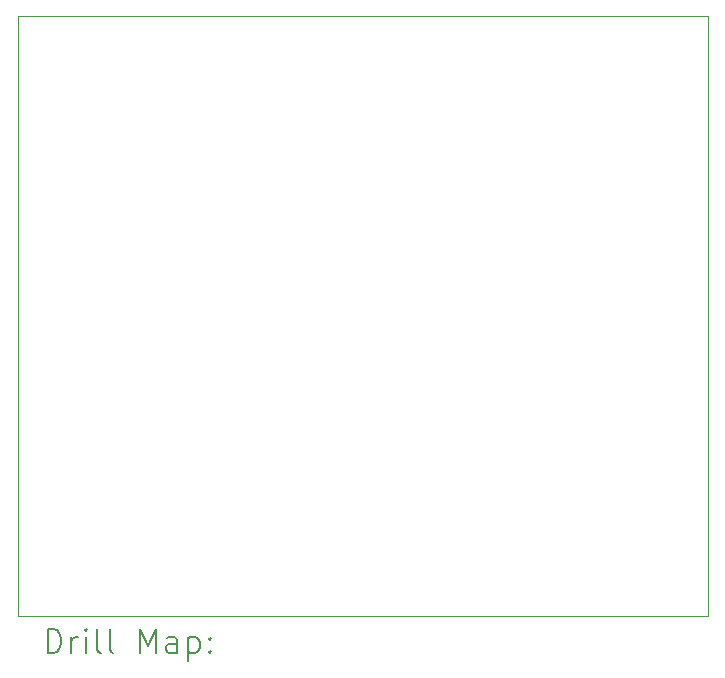
<source format=gbr>
%FSLAX45Y45*%
G04 Gerber Fmt 4.5, Leading zero omitted, Abs format (unit mm)*
G04 Created by KiCad (PCBNEW 6.0.5+dfsg-1~bpo11+1) date 2022-08-15 22:36:42*
%MOMM*%
%LPD*%
G01*
G04 APERTURE LIST*
%TA.AperFunction,Profile*%
%ADD10C,0.050000*%
%TD*%
%ADD11C,0.200000*%
G04 APERTURE END LIST*
D10*
X12001500Y-7366000D02*
X12001500Y-12446000D01*
X17843500Y-7366000D02*
X17843500Y-12446000D01*
X12001500Y-12446000D02*
X17843500Y-12446000D01*
X12001500Y-7366000D02*
X17843500Y-7366000D01*
D11*
X12256619Y-12758976D02*
X12256619Y-12558976D01*
X12304238Y-12558976D01*
X12332809Y-12568500D01*
X12351857Y-12587548D01*
X12361381Y-12606595D01*
X12370905Y-12644690D01*
X12370905Y-12673262D01*
X12361381Y-12711357D01*
X12351857Y-12730405D01*
X12332809Y-12749452D01*
X12304238Y-12758976D01*
X12256619Y-12758976D01*
X12456619Y-12758976D02*
X12456619Y-12625643D01*
X12456619Y-12663738D02*
X12466143Y-12644690D01*
X12475667Y-12635167D01*
X12494714Y-12625643D01*
X12513762Y-12625643D01*
X12580428Y-12758976D02*
X12580428Y-12625643D01*
X12580428Y-12558976D02*
X12570905Y-12568500D01*
X12580428Y-12578024D01*
X12589952Y-12568500D01*
X12580428Y-12558976D01*
X12580428Y-12578024D01*
X12704238Y-12758976D02*
X12685190Y-12749452D01*
X12675667Y-12730405D01*
X12675667Y-12558976D01*
X12809000Y-12758976D02*
X12789952Y-12749452D01*
X12780428Y-12730405D01*
X12780428Y-12558976D01*
X13037571Y-12758976D02*
X13037571Y-12558976D01*
X13104238Y-12701833D01*
X13170905Y-12558976D01*
X13170905Y-12758976D01*
X13351857Y-12758976D02*
X13351857Y-12654214D01*
X13342333Y-12635167D01*
X13323286Y-12625643D01*
X13285190Y-12625643D01*
X13266143Y-12635167D01*
X13351857Y-12749452D02*
X13332809Y-12758976D01*
X13285190Y-12758976D01*
X13266143Y-12749452D01*
X13256619Y-12730405D01*
X13256619Y-12711357D01*
X13266143Y-12692309D01*
X13285190Y-12682786D01*
X13332809Y-12682786D01*
X13351857Y-12673262D01*
X13447095Y-12625643D02*
X13447095Y-12825643D01*
X13447095Y-12635167D02*
X13466143Y-12625643D01*
X13504238Y-12625643D01*
X13523286Y-12635167D01*
X13532809Y-12644690D01*
X13542333Y-12663738D01*
X13542333Y-12720881D01*
X13532809Y-12739928D01*
X13523286Y-12749452D01*
X13504238Y-12758976D01*
X13466143Y-12758976D01*
X13447095Y-12749452D01*
X13628048Y-12739928D02*
X13637571Y-12749452D01*
X13628048Y-12758976D01*
X13618524Y-12749452D01*
X13628048Y-12739928D01*
X13628048Y-12758976D01*
X13628048Y-12635167D02*
X13637571Y-12644690D01*
X13628048Y-12654214D01*
X13618524Y-12644690D01*
X13628048Y-12635167D01*
X13628048Y-12654214D01*
M02*

</source>
